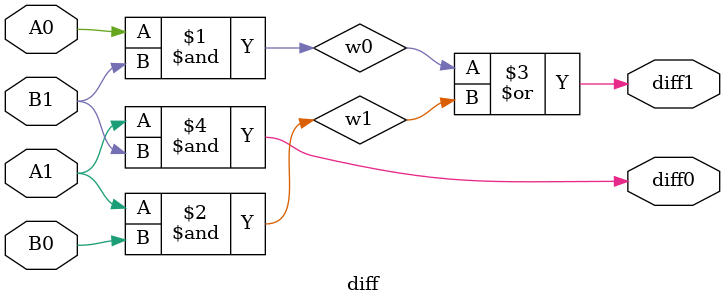
<source format=v>
module diff(A1,A0,B1,B0,diff1,diff0);
	input A1,A0,B1,B0;
	output diff0,diff1;
	
	and u1(w0,A0,B1);
	and u2(w1,A1,B0);
	
	or u3(diff1,w0,w1);
	
	and U0(diff0,A1,B1);
	
endmodule
</source>
